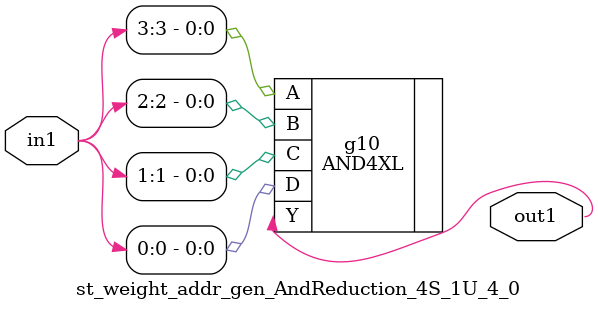
<source format=v>
`timescale 1ps / 1ps


module st_weight_addr_gen_AndReduction_4S_1U_4_0(in1, out1);
  input [3:0] in1;
  output out1;
  wire [3:0] in1;
  wire out1;
  AND4XL g10(.A (in1[3]), .B (in1[2]), .C (in1[1]), .D (in1[0]), .Y
       (out1));
endmodule



</source>
